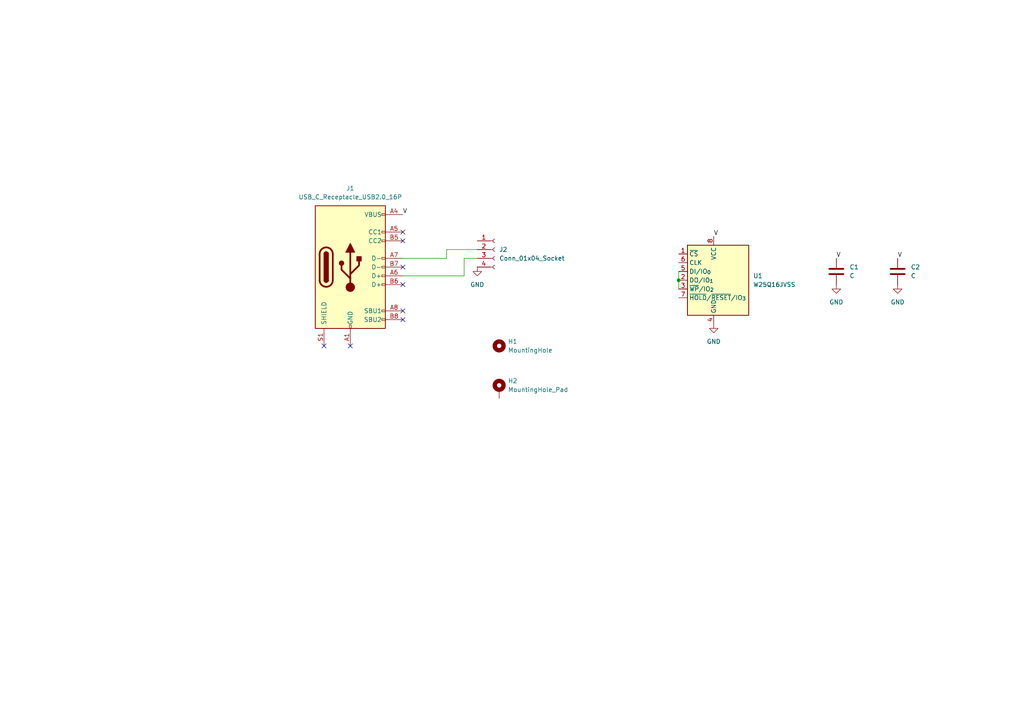
<source format=kicad_sch>
(kicad_sch (version 20250114) (generator "eeschema") (generator_version "9.0")
  (paper "A4")
  (lib_symbols
    (symbol "Connector:Conn_01x04_Socket" (pin_names (offset 1.016) (hide yes))
      (property "Reference" "J" (at 0 5.08 0))
      (property "Value" "Conn_01x04_Socket" (at 0 -7.62 0))
      (symbol "Conn_01x04_Socket_1_1"
        (polyline (pts (xy -1.27 2.54) (xy -0.508 2.54)) (stroke (width 0.1524)))
        (polyline (pts (xy -1.27 0) (xy -0.508 0)) (stroke (width 0.1524)))
        (polyline (pts (xy -1.27 -2.54) (xy -0.508 -2.54)) (stroke (width 0.1524)))
        (polyline (pts (xy -1.27 -5.08) (xy -0.508 -5.08)) (stroke (width 0.1524)))
        (arc (start 0 2.032) (mid -0.5058 2.54) (end 0 3.048) (stroke (width 0.1524)))
        (arc (start 0 -0.508) (mid -0.5058 0) (end 0 0.508) (stroke (width 0.1524)))
        (arc (start 0 -3.048) (mid -0.5058 -2.54) (end 0 -2.032) (stroke (width 0.1524)))
        (arc (start 0 -5.588) (mid -0.5058 -5.08) (end 0 -4.572) (stroke (width 0.1524)))
        (pin passive line (at -5.08 2.54 0) (length 3.81) (name "Pin_1") (number "1"))
        (pin passive line (at -5.08 0 0) (length 3.81) (name "Pin_2") (number "2"))
        (pin passive line (at -5.08 -2.54 0) (length 3.81) (name "Pin_3") (number "3"))
        (pin passive line (at -5.08 -5.08 0) (length 3.81) (name "Pin_4") (number "4"))
      )
    )
    (symbol "Connector:USB_C_Receptacle_USB2.0_16P" (pin_names (offset 1.016))
      (property "Reference" "J" (at 0 22.225 0))
      (property "Value" "USB_C_Receptacle_USB2.0_16P" (at 0 19.685 0))
      (symbol "USB_C_Receptacle_USB2.0_16P_0_0"
        (rectangle (start -0.254 -17.78) (end 0.254 -16.764))
        (rectangle (start 10.16 15.494) (end 9.144 14.986))
        (rectangle (start 10.16 10.414) (end 9.144 9.906))
        (rectangle (start 10.16 7.874) (end 9.144 7.366))
        (rectangle (start 10.16 2.794) (end 9.144 2.286))
        (rectangle (start 10.16 0.254) (end 9.144 -0.254))
        (rectangle (start 10.16 -2.286) (end 9.144 -2.794))
        (rectangle (start 10.16 -4.826) (end 9.144 -5.334))
        (rectangle (start 10.16 -12.446) (end 9.144 -12.954))
        (rectangle (start 10.16 -14.986) (end 9.144 -15.494))
      )
      (symbol "USB_C_Receptacle_USB2.0_16P_0_1"
        (rectangle (start -10.16 17.78) (end 10.16 -17.78) (stroke (width 0.254)) (fill (type background)))
        (polyline (pts (xy -8.89 -3.81) (xy -8.89 3.81)) (stroke (width 0.508)))
        (rectangle (start -7.62 -3.81) (end -6.35 3.81) (stroke (width 0.254)) (fill (type outline)))
        (arc (start -7.62 3.81) (mid -6.985 4.4423) (end -6.35 3.81) (stroke (width 0.254)))
        (arc (start -7.62 3.81) (mid -6.985 4.4423) (end -6.35 3.81) (stroke (width 0.254)) (fill (type outline)))
        (arc (start -8.89 3.81) (mid -6.985 5.7067) (end -5.08 3.81) (stroke (width 0.508)))
        (arc (start -5.08 -3.81) (mid -6.985 -5.7067) (end -8.89 -3.81) (stroke (width 0.508)))
        (arc (start -6.35 -3.81) (mid -6.985 -4.4423) (end -7.62 -3.81) (stroke (width 0.254)))
        (arc (start -6.35 -3.81) (mid -6.985 -4.4423) (end -7.62 -3.81) (stroke (width 0.254)) (fill (type outline)))
        (polyline (pts (xy -5.08 3.81) (xy -5.08 -3.81)) (stroke (width 0.508)))
        (circle (center -2.54 1.143) (radius 0.635) (stroke (width 0.254)) (fill (type outline)))
        (polyline (pts (xy -1.27 4.318) (xy 0 6.858) (xy 1.27 4.318) (xy -1.27 4.318)) (stroke (width 0.254)) (fill (type outline)))
        (polyline (pts (xy 0 -2.032) (xy 2.54 0.508) (xy 2.54 1.778)) (stroke (width 0.508)))
        (polyline (pts (xy 0 -3.302) (xy -2.54 -0.762) (xy -2.54 0.508)) (stroke (width 0.508)))
        (polyline (pts (xy 0 -5.842) (xy 0 4.318)) (stroke (width 0.508)))
        (circle (center 0 -5.842) (radius 1.27) (fill (type outline)))
        (rectangle (start 1.905 1.778) (end 3.175 3.048) (stroke (width 0.254)) (fill (type outline)))
      )
      (symbol "USB_C_Receptacle_USB2.0_16P_1_1"
        (pin passive line (at -7.62 -22.86 90) (length 5.08) (name "SHIELD") (number "S1"))
        (pin passive line (at 0 -22.86 90) (length 5.08) (name "GND") (number "A1"))
        (pin passive line (at 0 -22.86 90) (length 5.08) (hide yes) (name "GND") (number "A12"))
        (pin passive line (at 0 -22.86 90) (length 5.08) (hide yes) (name "GND") (number "B1"))
        (pin passive line (at 0 -22.86 90) (length 5.08) (hide yes) (name "GND") (number "B12"))
        (pin passive line (at 15.24 15.24 180) (length 5.08) (name "VBUS") (number "A4"))
        (pin passive line (at 15.24 15.24 180) (length 5.08) (hide yes) (name "VBUS") (number "A9"))
        (pin passive line (at 15.24 15.24 180) (length 5.08) (hide yes) (name "VBUS") (number "B4"))
        (pin passive line (at 15.24 15.24 180) (length 5.08) (hide yes) (name "VBUS") (number "B9"))
        (pin bidirectional line (at 15.24 10.16 180) (length 5.08) (name "CC1") (number "A5"))
        (pin bidirectional line (at 15.24 7.62 180) (length 5.08) (name "CC2") (number "B5"))
        (pin bidirectional line (at 15.24 2.54 180) (length 5.08) (name "D-") (number "A7"))
        (pin bidirectional line (at 15.24 0 180) (length 5.08) (name "D-") (number "B7"))
        (pin bidirectional line (at 15.24 -2.54 180) (length 5.08) (name "D+") (number "A6"))
        (pin bidirectional line (at 15.24 -5.08 180) (length 5.08) (name "D+") (number "B6"))
        (pin bidirectional line (at 15.24 -12.7 180) (length 5.08) (name "SBU1") (number "A8"))
        (pin bidirectional line (at 15.24 -15.24 180) (length 5.08) (name "SBU2") (number "B8"))
      )
    )
    (symbol "Device:C" (pin_numbers (hide yes)) (pin_names (offset 0.254))
      (property "Reference" "C" (at 0.635 2.54 0))
      (property "Value" "C" (at 0.635 -2.54 0))
      (symbol "C_0_1"
        (polyline (pts (xy -2.032 0.762) (xy 2.032 0.762)) (stroke (width 0.508)))
        (polyline (pts (xy -2.032 -0.762) (xy 2.032 -0.762)) (stroke (width 0.508)))
      )
      (symbol "C_1_1"
        (pin passive line (at 0 3.81 270) (length 2.794) (name "~") (number "1"))
        (pin passive line (at 0 -3.81 90) (length 2.794) (name "~") (number "2"))
      )
    )
    (symbol "Mechanical:MountingHole" (pin_names (offset 1.016)) (in_bom no)
      (property "Reference" "H" (at 0 5.08 0))
      (property "Value" "MountingHole" (at 0 3.175 0))
      (symbol "MountingHole_0_1"
        (circle (center 0 0) (radius 1.27) (stroke (width 1.27)))
      )
    )
    (symbol "Mechanical:MountingHole_Pad" (pin_numbers (hide yes)) (pin_names (offset 1.016) (hide yes)) (in_bom no)
      (property "Reference" "H" (at 0 6.35 0))
      (property "Value" "MountingHole_Pad" (at 0 4.445 0))
      (symbol "MountingHole_Pad_0_1"
        (circle (center 0 1.27) (radius 1.27) (stroke (width 1.27)))
      )
      (symbol "MountingHole_Pad_1_1"
        (pin input line (at 0 -2.54 90) (length 2.54) (name "1") (number "1"))
      )
    )
    (symbol "Memory_Flash:W25Q16JVSS"
      (property "Reference" "U" (at -6.35 11.43 0))
      (property "Value" "W25Q16JVSS" (at 7.62 11.43 0))
      (symbol "W25Q16JVSS_0_1"
        (rectangle (start -7.62 10.16) (end 10.16 -10.16) (stroke (width 0.254)) (fill (type background)))
      )
      (symbol "W25Q16JVSS_1_1"
        (pin input line (at -10.16 7.62 0) (length 2.54) (name "~{CS}") (number "1"))
        (pin input line (at -10.16 5.08 0) (length 2.54) (name "CLK") (number "6"))
        (pin bidirectional line (at -10.16 2.54 0) (length 2.54) (name "DI/IO_{0}") (number "5"))
        (pin bidirectional line (at -10.16 0 0) (length 2.54) (name "DO/IO_{1}") (number "2"))
        (pin bidirectional line (at -10.16 -2.54 0) (length 2.54) (name "~{WP}/IO_{2}") (number "3"))
        (pin bidirectional line (at -10.16 -5.08 0) (length 2.54) (name "~{HOLD}/~{RESET}/IO_{3}") (number "7"))
        (pin power_in line (at 0 12.7 270) (length 2.54) (name "VCC") (number "8"))
        (pin power_in line (at 0 -12.7 90) (length 2.54) (name "GND") (number "4"))
      )
    )
    (symbol "power:GND" (power) (pin_numbers (hide yes)) (pin_names (offset 0) (hide yes))
      (property "Value" "GND" (at 0 -3.81 0))
      (symbol "GND_0_1"
        (polyline (pts (xy 0 0) (xy 0 -1.27) (xy 1.27 -1.27) (xy 0 -2.54) (xy -1.27 -1.27) (xy 0 -1.27)))
      )
      (symbol "GND_1_1"
        (pin power_in line (at 0 0 270) (length 0) (name "~") (number "1"))
      )
    )
  )
  (junction (at 196.85 81.28))
  (no_connect (at 116.84 67.31))
  (no_connect (at 93.98 100.33))
  (no_connect (at 101.6 100.33))
  (no_connect (at 116.84 90.17))
  (no_connect (at 116.84 69.85))
  (no_connect (at 116.84 82.55))
  (no_connect (at 116.84 77.47))
  (no_connect (at 116.84 92.71))
  (wire (pts (xy 134.62 80.01) (xy 116.84 80.01)))
  (wire (pts (xy 196.85 78.74) (xy 196.85 81.28)))
  (wire (pts (xy 196.85 81.28) (xy 196.85 83.82)))
  (wire (pts (xy 129.54 72.39) (xy 129.54 74.93)))
  (wire (pts (xy 138.43 72.39) (xy 129.54 72.39)))
  (wire (pts (xy 134.62 74.93) (xy 134.62 80.01)))
  (wire (pts (xy 138.43 74.93) (xy 134.62 74.93)))
  (wire (pts (xy 129.54 74.93) (xy 116.84 74.93)))
  (label "V" (at 260.35 74.93 0))
  (label "V" (at 207.01 68.58 0))
  (label "V" (at 242.57 74.93 0))
  (label "V" (at 116.84 62.23 0))
  (symbol (lib_id "Connector:Conn_01x04_Socket") (at 143.51 72.39 0) (unit 1)
    (property "Reference" "J2" (at 144.78 72.3899 0) (effects (justify left)))
    (property "Value" "Conn_01x04_Socket" (at 144.78 74.9299 0) (effects (justify left)))
    (property "Footprint" "Connector_PinHeader_2.54mm:PinHeader_1x04_P2.54mm_Vertical" (effects (hide yes)))
    (property "Description" "Generic connector, single row, 01x04, script generated" (effects (hide yes)))
  )
  (symbol (lib_id "power:GND") (at 242.57 82.55 0) (unit 1)
    (property "Reference" "#PWR03" (effects (hide yes)))
    (property "Value" "GND" (at 242.57 87.63 0))
    (property "Description" "Power symbol creates a global label with name \"GND\" , ground" (effects (hide yes)))
  )
  (symbol (lib_id "Mechanical:MountingHole") (at 144.78 100.33 0) (unit 1) (in_bom no)
    (property "Reference" "H1" (at 147.32 99.0599 0) (effects (justify left)))
    (property "Value" "MountingHole" (at 147.32 101.5999 0) (effects (justify left)))
    (property "Footprint" "MountingHole:MountingHole_3.2mm_M3" (effects (hide yes)))
    (property "Description" "Mounting Hole without connection" (effects (hide yes)))
  )
  (symbol (lib_id "Memory_Flash:W25Q16JVSS") (at 207.01 81.28 0) (unit 1)
    (property "Reference" "U1" (at 218.44 80.0099 0) (effects (justify left)))
    (property "Value" "W25Q16JVSS" (at 218.44 82.5499 0) (effects (justify left)))
    (property "Footprint" "Package_SO:SOIC-8_5.3x5.3mm_P1.27mm" (effects (hide yes)))
    (property "Datasheet" "https://www.winbond.com/hq/support/documentation/levelOne.jsp?__locale=en&DocNo=DA00-W25Q16JV.1" (effects (hide yes)))
    (property "Description" "16Mbit / 2MiB Serial Flash Memory, Standard/Dual/Quad SPI, 2.7-3.6V, SOIC-8 (208 mil)" (effects (hide yes)))
  )
  (symbol (lib_id "Device:C") (at 260.35 78.74 0) (unit 1)
    (property "Reference" "C2" (at 264.16 77.4699 0) (effects (justify left)))
    (property "Value" "C" (at 264.16 80.0099 0) (effects (justify left)))
    (property "Footprint" "Capacitor_SMD:C_1210_3225Metric" (effects (hide yes)))
    (property "Description" "Unpolarized capacitor" (effects (hide yes)))
  )
  (symbol (lib_id "power:GND") (at 207.01 93.98 0) (unit 1)
    (property "Reference" "#PWR02" (effects (hide yes)))
    (property "Value" "GND" (at 207.01 99.06 0))
    (property "Description" "Power symbol creates a global label with name \"GND\" , ground" (effects (hide yes)))
  )
  (symbol (lib_id "Connector:USB_C_Receptacle_USB2.0_16P") (at 101.6 77.47 0) (unit 1)
    (property "Reference" "J1" (at 101.6 54.61 0))
    (property "Value" "USB_C_Receptacle_USB2.0_16P" (at 101.6 57.15 0))
    (property "Footprint" "Connector_USB:USB_C_Receptacle_G-Switch_GT-USB-7051x" (effects (hide yes)))
    (property "Datasheet" "https://www.usb.org/sites/default/files/documents/usb_type-c.zip" (effects (hide yes)))
    (property "Description" "USB 2.0-only 16P Type-C Receptacle connector" (effects (hide yes)))
  )
  (symbol (lib_id "Device:C") (at 242.57 78.74 0) (unit 1)
    (property "Reference" "C1" (at 246.38 77.4699 0) (effects (justify left)))
    (property "Value" "C" (at 246.38 80.0099 0) (effects (justify left)))
    (property "Footprint" "Capacitor_SMD:C_0402_1005Metric" (effects (hide yes)))
    (property "Description" "Unpolarized capacitor" (effects (hide yes)))
  )
  (symbol (lib_id "power:GND") (at 138.43 77.47 0) (unit 1)
    (property "Reference" "#PWR01" (effects (hide yes)))
    (property "Value" "GND" (at 138.43 82.55 0))
    (property "Description" "Power symbol creates a global label with name \"GND\" , ground" (effects (hide yes)))
  )
  (symbol (lib_id "Mechanical:MountingHole_Pad") (at 144.78 113.03 0) (unit 1) (in_bom no)
    (property "Reference" "H2" (at 147.32 110.4899 0) (effects (justify left)))
    (property "Value" "MountingHole_Pad" (at 147.32 113.0299 0) (effects (justify left)))
    (property "Footprint" "MountingHole:MountingHole_3.2mm_M3_Pad" (effects (hide yes)))
    (property "Description" "Mounting Hole with connection" (effects (hide yes)))
  )
  (symbol (lib_id "power:GND") (at 260.35 82.55 0) (unit 1)
    (property "Reference" "#PWR04" (effects (hide yes)))
    (property "Value" "GND" (at 260.35 87.63 0))
    (property "Description" "Power symbol creates a global label with name \"GND\" , ground" (effects (hide yes)))
  )
)
</source>
